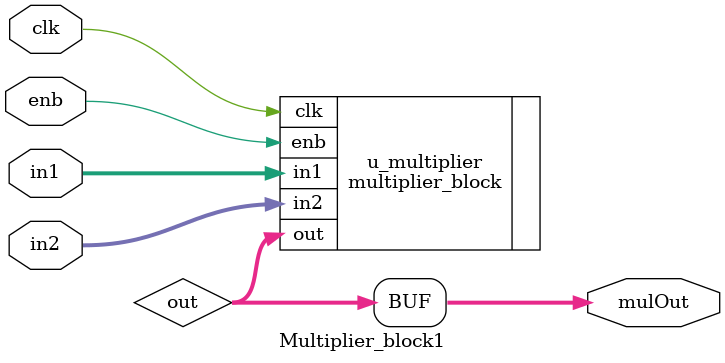
<source format=v>



`timescale 1 ns / 1 ns

module Multiplier_block1
          (clk,
           enb,
           in1,
           in2,
           mulOut);


  input   clk;
  input   enb;
  input   signed [15:0] in1;  // sfix16_En13
  input   signed [23:0] in2;  // sfix24_En21
  output  signed [39:0] mulOut;  // sfix40_En34


  wire signed [39:0] out;  // sfix40_En34


  multiplier_block u_multiplier (.clk(clk),
                                 .enb(enb),
                                 .in1(in1),  // sfix16_En13
                                 .in2(in2),  // sfix24_En21
                                 .out(out)  // sfix40_En34
                                 );

  assign mulOut = out;

endmodule  // Multiplier_block1


</source>
